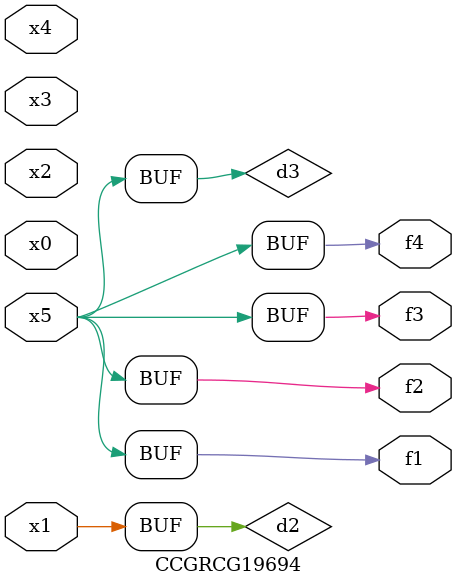
<source format=v>
module CCGRCG19694(
	input x0, x1, x2, x3, x4, x5,
	output f1, f2, f3, f4
);

	wire d1, d2, d3;

	not (d1, x5);
	or (d2, x1);
	xnor (d3, d1);
	assign f1 = d3;
	assign f2 = d3;
	assign f3 = d3;
	assign f4 = d3;
endmodule

</source>
